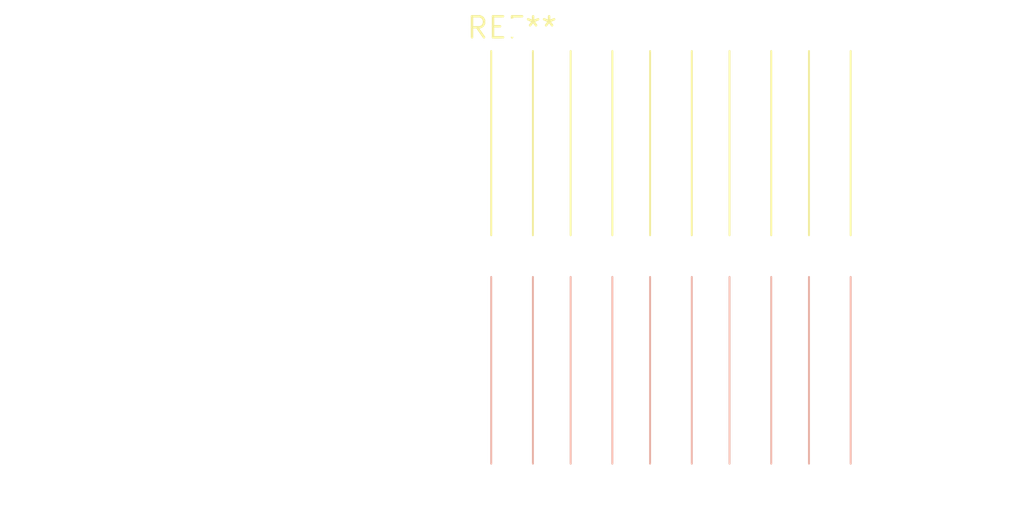
<source format=kicad_pcb>
(kicad_pcb (version 20240108) (generator pcbnew)
  (layers (0 "F.Cu" signal) (31 "B.Cu" signal) (34 "B.Paste" user) (35 "F.Paste" user) (36 "B.SilkS" user "B.Silkscreen") (37 "F.SilkS" user "F.Silkscreen") (38 "B.Mask" user) (39 "F.Mask" user) (44 "Edge.Cuts" user))
  (net 0 "")
  (footprint "SolderWire-0.5sqmm_1x05_P4.8mm_D0.9mm_OD2.3mm_Relief2x" (layer "F.Cu") (at 0 0)
    (property "Reference" "REF**")
    (property "Value" "SolderWire-0.5sqmm_1x05_P4.8mm_D0.9mm_OD2.3mm_Relief2x")
    (fp_line (start -1.26 15.06) (end -1.26 26.34) (layer "B.SilkS") (stroke (width 0.12)))
    (fp_line (start 1.26 15.06) (end 1.26 26.34) (layer "B.SilkS") (stroke (width 0.12)))
    (fp_line (start 3.54 15.06) (end 3.54 26.34) (layer "B.SilkS") (stroke (width 0.12)))
    (fp_line (start 6.06 15.06) (end 6.06 26.34) (layer "B.SilkS") (stroke (width 0.12)))
    (fp_line (start 8.34 15.06) (end 8.34 26.34) (layer "B.SilkS") (stroke (width 0.12)))
    (fp_line (start 10.86 15.06) (end 10.86 26.34) (layer "B.SilkS") (stroke (width 0.12)))
    (fp_line (start 13.14 15.06) (end 13.14 26.34) (layer "B.SilkS") (stroke (width 0.12)))
    (fp_line (start 15.66 15.06) (end 15.66 26.34) (layer "B.SilkS") (stroke (width 0.12)))
    (fp_line (start 17.94 15.06) (end 17.94 26.34) (layer "B.SilkS") (stroke (width 0.12)))
    (fp_line (start 20.46 15.06) (end 20.46 26.34) (layer "B.SilkS") (stroke (width 0.12)))
    (fp_line (start -1.26 1.41) (end -1.26 12.54) (layer "F.SilkS") (stroke (width 0.12)))
    (fp_line (start 1.26 1.41) (end 1.26 12.54) (layer "F.SilkS") (stroke (width 0.12)))
    (fp_line (start 3.54 1.41) (end 3.54 12.54) (layer "F.SilkS") (stroke (width 0.12)))
    (fp_line (start 6.06 1.41) (end 6.06 12.54) (layer "F.SilkS") (stroke (width 0.12)))
    (fp_line (start 8.34 1.41) (end 8.34 12.54) (layer "F.SilkS") (stroke (width 0.12)))
    (fp_line (start 10.86 1.41) (end 10.86 12.54) (layer "F.SilkS") (stroke (width 0.12)))
    (fp_line (start 13.14 1.41) (end 13.14 12.54) (layer "F.SilkS") (stroke (width 0.12)))
    (fp_line (start 15.66 1.41) (end 15.66 12.54) (layer "F.SilkS") (stroke (width 0.12)))
    (fp_line (start 17.94 1.41) (end 17.94 12.54) (layer "F.SilkS") (stroke (width 0.12)))
    (fp_line (start 20.46 1.41) (end 20.46 12.54) (layer "F.SilkS") (stroke (width 0.12)))
    (pad "" np_thru_hole circle (at 0 13.8) (size 2.8 2.8) (drill 2.8) (layers *.Cu *.Mask))
    (pad "" np_thru_hole circle (at 0 27.6) (size 2.8 2.8) (drill 2.8) (layers *.Cu *.Mask))
    (pad "" np_thru_hole circle (at 4.8 13.8) (size 2.8 2.8) (drill 2.8) (layers *.Cu *.Mask))
    (pad "" np_thru_hole circle (at 4.8 27.6) (size 2.8 2.8) (drill 2.8) (layers *.Cu *.Mask))
    (pad "" np_thru_hole circle (at 9.6 13.8) (size 2.8 2.8) (drill 2.8) (layers *.Cu *.Mask))
    (pad "" np_thru_hole circle (at 9.6 27.6) (size 2.8 2.8) (drill 2.8) (layers *.Cu *.Mask))
    (pad "" np_thru_hole circle (at 14.4 13.8) (size 2.8 2.8) (drill 2.8) (layers *.Cu *.Mask))
    (pad "" np_thru_hole circle (at 14.4 27.6) (size 2.8 2.8) (drill 2.8) (layers *.Cu *.Mask))
    (pad "" np_thru_hole circle (at 19.2 13.8) (size 2.8 2.8) (drill 2.8) (layers *.Cu *.Mask))
    (pad "" np_thru_hole circle (at 19.2 27.6) (size 2.8 2.8) (drill 2.8) (layers *.Cu *.Mask))
    (pad "1" thru_hole roundrect (at 0 0) (size 2.3 2.3) (drill 1.1) (layers *.Cu *.Mask) (remove_unused_layers) (roundrect_rratio 0.108696))
    (pad "2" thru_hole circle (at 4.8 0) (size 2.3 2.3) (drill 1.1) (layers *.Cu *.Mask) (remove_unused_layers))
    (pad "3" thru_hole circle (at 9.6 0) (size 2.3 2.3) (drill 1.1) (layers *.Cu *.Mask) (remove_unused_layers))
    (pad "4" thru_hole circle (at 14.4 0) (size 2.3 2.3) (drill 1.1) (layers *.Cu *.Mask) (remove_unused_layers))
    (pad "5" thru_hole circle (at 19.2 0) (size 2.3 2.3) (drill 1.1) (layers *.Cu *.Mask) (remove_unused_layers))
  )
)
</source>
